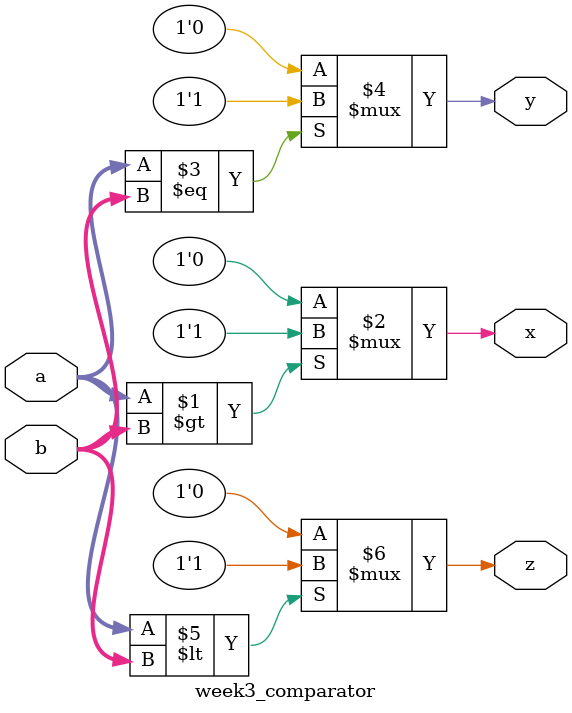
<source format=v>
`timescale 1ns / 1ps


module week3_comparator(a,b,x,y,z);
input[3:0] a,b;
output x,y,z;
wire x,y,z;

assign x=(a>b)?1'b1:1'b0;
assign y=(a==b)?1'b1:1'b0;
assign z=(a<b)?1'b1:1'b0;
endmodule

</source>
